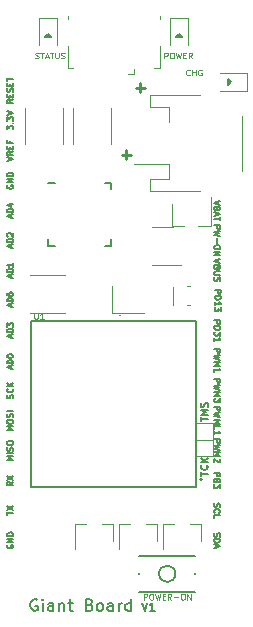
<source format=gto>
G04 #@! TF.GenerationSoftware,KiCad,Pcbnew,5.1.4-e60b266~84~ubuntu19.04.1*
G04 #@! TF.CreationDate,2019-10-25T13:04:57-07:00*
G04 #@! TF.ProjectId,ATSAMA5D27-1G,41545341-4d41-4354-9432-372d31472e6b,rev?*
G04 #@! TF.SameCoordinates,Original*
G04 #@! TF.FileFunction,Legend,Top*
G04 #@! TF.FilePolarity,Positive*
%FSLAX46Y46*%
G04 Gerber Fmt 4.6, Leading zero omitted, Abs format (unit mm)*
G04 Created by KiCad (PCBNEW 5.1.4-e60b266~84~ubuntu19.04.1) date 2019-10-25 13:04:57*
%MOMM*%
%LPD*%
G04 APERTURE LIST*
%ADD10C,0.150000*%
%ADD11C,0.250000*%
%ADD12C,0.175000*%
%ADD13C,0.125000*%
%ADD14C,0.200000*%
%ADD15C,0.127000*%
%ADD16C,0.120000*%
%ADD17C,0.203200*%
%ADD18C,0.100000*%
G04 APERTURE END LIST*
D10*
X144772460Y-76121420D02*
X145026460Y-75867420D01*
X144772460Y-75613420D02*
X144772460Y-76121420D01*
X145026460Y-75867420D02*
X144772460Y-75613420D01*
X135653860Y-95603220D02*
G75*
G03X135653860Y-95603220I-50800J0D01*
G01*
X140886260Y-72006620D02*
X140632260Y-71752620D01*
X140378260Y-72006620D02*
X140886260Y-72006620D01*
X140632260Y-71752620D02*
X140378260Y-72006620D01*
X129837260Y-72006620D02*
X129329260Y-72006620D01*
X129583260Y-71752620D02*
X129837260Y-72006620D01*
X129583260Y-71752620D02*
X129329260Y-72006620D01*
D11*
X137000107Y-76345248D02*
X137762012Y-76345248D01*
X137381060Y-76726200D02*
X137381060Y-75964296D01*
X135806307Y-81984048D02*
X136568212Y-81984048D01*
X136187260Y-82365000D02*
X136187260Y-81603096D01*
D12*
X137525593Y-119908686D02*
X137758926Y-120608686D01*
X137992260Y-119908686D01*
X138592260Y-120608686D02*
X138192260Y-120608686D01*
X138392260Y-120608686D02*
X138392260Y-119908686D01*
X138325593Y-120008686D01*
X138258926Y-120075353D01*
X138192260Y-120108686D01*
D13*
X141570517Y-75233191D02*
X141546707Y-75257000D01*
X141475279Y-75280810D01*
X141427660Y-75280810D01*
X141356231Y-75257000D01*
X141308612Y-75209381D01*
X141284802Y-75161762D01*
X141260993Y-75066524D01*
X141260993Y-74995096D01*
X141284802Y-74899858D01*
X141308612Y-74852239D01*
X141356231Y-74804620D01*
X141427660Y-74780810D01*
X141475279Y-74780810D01*
X141546707Y-74804620D01*
X141570517Y-74828429D01*
X141784802Y-75280810D02*
X141784802Y-74780810D01*
X141784802Y-75018905D02*
X142070517Y-75018905D01*
X142070517Y-75280810D02*
X142070517Y-74780810D01*
X142570517Y-74804620D02*
X142522898Y-74780810D01*
X142451469Y-74780810D01*
X142380040Y-74804620D01*
X142332421Y-74852239D01*
X142308612Y-74899858D01*
X142284802Y-74995096D01*
X142284802Y-75066524D01*
X142308612Y-75161762D01*
X142332421Y-75209381D01*
X142380040Y-75257000D01*
X142451469Y-75280810D01*
X142499088Y-75280810D01*
X142570517Y-75257000D01*
X142594326Y-75233191D01*
X142594326Y-75066524D01*
X142499088Y-75066524D01*
D14*
X128650274Y-119665020D02*
X128555036Y-119617400D01*
X128412179Y-119617400D01*
X128269321Y-119665020D01*
X128174083Y-119760258D01*
X128126464Y-119855496D01*
X128078845Y-120045972D01*
X128078845Y-120188829D01*
X128126464Y-120379305D01*
X128174083Y-120474543D01*
X128269321Y-120569781D01*
X128412179Y-120617400D01*
X128507417Y-120617400D01*
X128650274Y-120569781D01*
X128697893Y-120522162D01*
X128697893Y-120188829D01*
X128507417Y-120188829D01*
X129126464Y-120617400D02*
X129126464Y-119950734D01*
X129126464Y-119617400D02*
X129078845Y-119665020D01*
X129126464Y-119712639D01*
X129174083Y-119665020D01*
X129126464Y-119617400D01*
X129126464Y-119712639D01*
X130031226Y-120617400D02*
X130031226Y-120093591D01*
X129983607Y-119998353D01*
X129888369Y-119950734D01*
X129697893Y-119950734D01*
X129602655Y-119998353D01*
X130031226Y-120569781D02*
X129935988Y-120617400D01*
X129697893Y-120617400D01*
X129602655Y-120569781D01*
X129555036Y-120474543D01*
X129555036Y-120379305D01*
X129602655Y-120284067D01*
X129697893Y-120236448D01*
X129935988Y-120236448D01*
X130031226Y-120188829D01*
X130507417Y-119950734D02*
X130507417Y-120617400D01*
X130507417Y-120045972D02*
X130555036Y-119998353D01*
X130650274Y-119950734D01*
X130793131Y-119950734D01*
X130888369Y-119998353D01*
X130935988Y-120093591D01*
X130935988Y-120617400D01*
X131269321Y-119950734D02*
X131650274Y-119950734D01*
X131412179Y-119617400D02*
X131412179Y-120474543D01*
X131459798Y-120569781D01*
X131555036Y-120617400D01*
X131650274Y-120617400D01*
X133078845Y-120093591D02*
X133221702Y-120141210D01*
X133269321Y-120188829D01*
X133316940Y-120284067D01*
X133316940Y-120426924D01*
X133269321Y-120522162D01*
X133221702Y-120569781D01*
X133126464Y-120617400D01*
X132745512Y-120617400D01*
X132745512Y-119617400D01*
X133078845Y-119617400D01*
X133174083Y-119665020D01*
X133221702Y-119712639D01*
X133269321Y-119807877D01*
X133269321Y-119903115D01*
X133221702Y-119998353D01*
X133174083Y-120045972D01*
X133078845Y-120093591D01*
X132745512Y-120093591D01*
X133888369Y-120617400D02*
X133793131Y-120569781D01*
X133745512Y-120522162D01*
X133697893Y-120426924D01*
X133697893Y-120141210D01*
X133745512Y-120045972D01*
X133793131Y-119998353D01*
X133888369Y-119950734D01*
X134031226Y-119950734D01*
X134126464Y-119998353D01*
X134174083Y-120045972D01*
X134221702Y-120141210D01*
X134221702Y-120426924D01*
X134174083Y-120522162D01*
X134126464Y-120569781D01*
X134031226Y-120617400D01*
X133888369Y-120617400D01*
X135078845Y-120617400D02*
X135078845Y-120093591D01*
X135031226Y-119998353D01*
X134935988Y-119950734D01*
X134745512Y-119950734D01*
X134650274Y-119998353D01*
X135078845Y-120569781D02*
X134983607Y-120617400D01*
X134745512Y-120617400D01*
X134650274Y-120569781D01*
X134602655Y-120474543D01*
X134602655Y-120379305D01*
X134650274Y-120284067D01*
X134745512Y-120236448D01*
X134983607Y-120236448D01*
X135078845Y-120188829D01*
X135555036Y-120617400D02*
X135555036Y-119950734D01*
X135555036Y-120141210D02*
X135602655Y-120045972D01*
X135650274Y-119998353D01*
X135745512Y-119950734D01*
X135840750Y-119950734D01*
X136602655Y-120617400D02*
X136602655Y-119617400D01*
X136602655Y-120569781D02*
X136507417Y-120617400D01*
X136316940Y-120617400D01*
X136221702Y-120569781D01*
X136174083Y-120522162D01*
X136126464Y-120426924D01*
X136126464Y-120141210D01*
X136174083Y-120045972D01*
X136221702Y-119998353D01*
X136316940Y-119950734D01*
X136507417Y-119950734D01*
X136602655Y-119998353D01*
D13*
X139426698Y-73848250D02*
X139426698Y-73348250D01*
X139617174Y-73348250D01*
X139664793Y-73372060D01*
X139688602Y-73395869D01*
X139712412Y-73443488D01*
X139712412Y-73514917D01*
X139688602Y-73562536D01*
X139664793Y-73586345D01*
X139617174Y-73610155D01*
X139426698Y-73610155D01*
X140021936Y-73348250D02*
X140117174Y-73348250D01*
X140164793Y-73372060D01*
X140212412Y-73419679D01*
X140236221Y-73514917D01*
X140236221Y-73681583D01*
X140212412Y-73776821D01*
X140164793Y-73824440D01*
X140117174Y-73848250D01*
X140021936Y-73848250D01*
X139974317Y-73824440D01*
X139926698Y-73776821D01*
X139902888Y-73681583D01*
X139902888Y-73514917D01*
X139926698Y-73419679D01*
X139974317Y-73372060D01*
X140021936Y-73348250D01*
X140402888Y-73348250D02*
X140521936Y-73848250D01*
X140617174Y-73491107D01*
X140712412Y-73848250D01*
X140831460Y-73348250D01*
X141021936Y-73586345D02*
X141188602Y-73586345D01*
X141260031Y-73848250D02*
X141021936Y-73848250D01*
X141021936Y-73348250D01*
X141260031Y-73348250D01*
X141760031Y-73848250D02*
X141593364Y-73610155D01*
X141474317Y-73848250D02*
X141474317Y-73348250D01*
X141664793Y-73348250D01*
X141712412Y-73372060D01*
X141736221Y-73395869D01*
X141760031Y-73443488D01*
X141760031Y-73514917D01*
X141736221Y-73562536D01*
X141712412Y-73586345D01*
X141664793Y-73610155D01*
X141474317Y-73610155D01*
X128492484Y-73824440D02*
X128563913Y-73848250D01*
X128682960Y-73848250D01*
X128730580Y-73824440D01*
X128754389Y-73800631D01*
X128778199Y-73753012D01*
X128778199Y-73705393D01*
X128754389Y-73657774D01*
X128730580Y-73633964D01*
X128682960Y-73610155D01*
X128587722Y-73586345D01*
X128540103Y-73562536D01*
X128516294Y-73538726D01*
X128492484Y-73491107D01*
X128492484Y-73443488D01*
X128516294Y-73395869D01*
X128540103Y-73372060D01*
X128587722Y-73348250D01*
X128706770Y-73348250D01*
X128778199Y-73372060D01*
X128921056Y-73348250D02*
X129206770Y-73348250D01*
X129063913Y-73848250D02*
X129063913Y-73348250D01*
X129349627Y-73705393D02*
X129587722Y-73705393D01*
X129302008Y-73848250D02*
X129468675Y-73348250D01*
X129635341Y-73848250D01*
X129730580Y-73348250D02*
X130016294Y-73348250D01*
X129873437Y-73848250D02*
X129873437Y-73348250D01*
X130182960Y-73348250D02*
X130182960Y-73753012D01*
X130206770Y-73800631D01*
X130230580Y-73824440D01*
X130278199Y-73848250D01*
X130373437Y-73848250D01*
X130421056Y-73824440D01*
X130444865Y-73800631D01*
X130468675Y-73753012D01*
X130468675Y-73348250D01*
X130682960Y-73824440D02*
X130754389Y-73848250D01*
X130873437Y-73848250D01*
X130921056Y-73824440D01*
X130944865Y-73800631D01*
X130968675Y-73753012D01*
X130968675Y-73705393D01*
X130944865Y-73657774D01*
X130921056Y-73633964D01*
X130873437Y-73610155D01*
X130778199Y-73586345D01*
X130730580Y-73562536D01*
X130706770Y-73538726D01*
X130682960Y-73491107D01*
X130682960Y-73443488D01*
X130706770Y-73395869D01*
X130730580Y-73372060D01*
X130778199Y-73348250D01*
X130897246Y-73348250D01*
X130968675Y-73372060D01*
D15*
X144136250Y-85878648D02*
X143628250Y-86047981D01*
X144136250Y-86217315D01*
X143894345Y-86555981D02*
X143870155Y-86628553D01*
X143845964Y-86652743D01*
X143797583Y-86676934D01*
X143725012Y-86676934D01*
X143676631Y-86652743D01*
X143652440Y-86628553D01*
X143628250Y-86580172D01*
X143628250Y-86386648D01*
X144136250Y-86386648D01*
X144136250Y-86555981D01*
X144112060Y-86604362D01*
X144087869Y-86628553D01*
X144039488Y-86652743D01*
X143991107Y-86652743D01*
X143942726Y-86628553D01*
X143918536Y-86604362D01*
X143894345Y-86555981D01*
X143894345Y-86386648D01*
X143773393Y-86870458D02*
X143773393Y-87112362D01*
X143628250Y-86822077D02*
X144136250Y-86991410D01*
X143628250Y-87160743D01*
X144136250Y-87257505D02*
X144136250Y-87547791D01*
X143628250Y-87402648D02*
X144136250Y-87402648D01*
X143653650Y-87983220D02*
X144161650Y-87983220D01*
X144161650Y-88176743D01*
X144137460Y-88225124D01*
X144113269Y-88249315D01*
X144064888Y-88273505D01*
X143992317Y-88273505D01*
X143943936Y-88249315D01*
X143919745Y-88225124D01*
X143895555Y-88176743D01*
X143895555Y-87983220D01*
X144161650Y-88442839D02*
X143653650Y-88563791D01*
X144016507Y-88660553D01*
X143653650Y-88757315D01*
X144161650Y-88878267D01*
X143847174Y-89071791D02*
X143847174Y-89458839D01*
X144161650Y-89797505D02*
X144161650Y-89894267D01*
X144137460Y-89942648D01*
X144089079Y-89991029D01*
X143992317Y-90015220D01*
X143822983Y-90015220D01*
X143726221Y-89991029D01*
X143677840Y-89942648D01*
X143653650Y-89894267D01*
X143653650Y-89797505D01*
X143677840Y-89749124D01*
X143726221Y-89700743D01*
X143822983Y-89676553D01*
X143992317Y-89676553D01*
X144089079Y-89700743D01*
X144137460Y-89749124D01*
X144161650Y-89797505D01*
X143653650Y-90232934D02*
X144161650Y-90232934D01*
X143653650Y-90523220D01*
X144161650Y-90523220D01*
X144161650Y-90861886D02*
X143653650Y-91031220D01*
X144161650Y-91200553D01*
X143919745Y-91539220D02*
X143895555Y-91611791D01*
X143871364Y-91635981D01*
X143822983Y-91660172D01*
X143750412Y-91660172D01*
X143702031Y-91635981D01*
X143677840Y-91611791D01*
X143653650Y-91563410D01*
X143653650Y-91369886D01*
X144161650Y-91369886D01*
X144161650Y-91539220D01*
X144137460Y-91587600D01*
X144113269Y-91611791D01*
X144064888Y-91635981D01*
X144016507Y-91635981D01*
X143968126Y-91611791D01*
X143943936Y-91587600D01*
X143919745Y-91539220D01*
X143919745Y-91369886D01*
X144161650Y-91877886D02*
X143750412Y-91877886D01*
X143702031Y-91902077D01*
X143677840Y-91926267D01*
X143653650Y-91974648D01*
X143653650Y-92071410D01*
X143677840Y-92119791D01*
X143702031Y-92143981D01*
X143750412Y-92168172D01*
X144161650Y-92168172D01*
X143677840Y-92385886D02*
X143653650Y-92458458D01*
X143653650Y-92579410D01*
X143677840Y-92627791D01*
X143702031Y-92651981D01*
X143750412Y-92676172D01*
X143798793Y-92676172D01*
X143847174Y-92651981D01*
X143871364Y-92627791D01*
X143895555Y-92579410D01*
X143919745Y-92482648D01*
X143943936Y-92434267D01*
X143968126Y-92410077D01*
X144016507Y-92385886D01*
X144064888Y-92385886D01*
X144113269Y-92410077D01*
X144137460Y-92434267D01*
X144161650Y-92482648D01*
X144161650Y-92603600D01*
X144137460Y-92676172D01*
X143679050Y-93462362D02*
X144187050Y-93462362D01*
X144187050Y-93655886D01*
X144162860Y-93704267D01*
X144138669Y-93728458D01*
X144090288Y-93752648D01*
X144017717Y-93752648D01*
X143969336Y-93728458D01*
X143945145Y-93704267D01*
X143920955Y-93655886D01*
X143920955Y-93462362D01*
X143679050Y-93970362D02*
X144187050Y-93970362D01*
X144187050Y-94091315D01*
X144162860Y-94163886D01*
X144114479Y-94212267D01*
X144066098Y-94236458D01*
X143969336Y-94260648D01*
X143896764Y-94260648D01*
X143800002Y-94236458D01*
X143751621Y-94212267D01*
X143703240Y-94163886D01*
X143679050Y-94091315D01*
X143679050Y-93970362D01*
X143679050Y-94744458D02*
X143679050Y-94454172D01*
X143679050Y-94599315D02*
X144187050Y-94599315D01*
X144114479Y-94550934D01*
X144066098Y-94502553D01*
X144041907Y-94454172D01*
X144187050Y-94913791D02*
X144187050Y-95228267D01*
X143993526Y-95058934D01*
X143993526Y-95131505D01*
X143969336Y-95179886D01*
X143945145Y-95204077D01*
X143896764Y-95228267D01*
X143775812Y-95228267D01*
X143727431Y-95204077D01*
X143703240Y-95179886D01*
X143679050Y-95131505D01*
X143679050Y-94986362D01*
X143703240Y-94937981D01*
X143727431Y-94913791D01*
X143653650Y-96027762D02*
X144161650Y-96027762D01*
X144161650Y-96221286D01*
X144137460Y-96269667D01*
X144113269Y-96293858D01*
X144064888Y-96318048D01*
X143992317Y-96318048D01*
X143943936Y-96293858D01*
X143919745Y-96269667D01*
X143895555Y-96221286D01*
X143895555Y-96027762D01*
X143653650Y-96535762D02*
X144161650Y-96535762D01*
X144161650Y-96656715D01*
X144137460Y-96729286D01*
X144089079Y-96777667D01*
X144040698Y-96801858D01*
X143943936Y-96826048D01*
X143871364Y-96826048D01*
X143774602Y-96801858D01*
X143726221Y-96777667D01*
X143677840Y-96729286D01*
X143653650Y-96656715D01*
X143653650Y-96535762D01*
X144161650Y-96995381D02*
X144161650Y-97309858D01*
X143968126Y-97140524D01*
X143968126Y-97213096D01*
X143943936Y-97261477D01*
X143919745Y-97285667D01*
X143871364Y-97309858D01*
X143750412Y-97309858D01*
X143702031Y-97285667D01*
X143677840Y-97261477D01*
X143653650Y-97213096D01*
X143653650Y-97067953D01*
X143677840Y-97019572D01*
X143702031Y-96995381D01*
X143653650Y-97793667D02*
X143653650Y-97503381D01*
X143653650Y-97648524D02*
X144161650Y-97648524D01*
X144089079Y-97600143D01*
X144040698Y-97551762D01*
X144016507Y-97503381D01*
X143653650Y-98457696D02*
X144161650Y-98457696D01*
X144161650Y-98651220D01*
X144137460Y-98699600D01*
X144113269Y-98723791D01*
X144064888Y-98747981D01*
X143992317Y-98747981D01*
X143943936Y-98723791D01*
X143919745Y-98699600D01*
X143895555Y-98651220D01*
X143895555Y-98457696D01*
X144161650Y-98917315D02*
X143653650Y-99038267D01*
X144016507Y-99135029D01*
X143653650Y-99231791D01*
X144161650Y-99352743D01*
X143653650Y-99546267D02*
X144161650Y-99546267D01*
X143798793Y-99715600D01*
X144161650Y-99884934D01*
X143653650Y-99884934D01*
X143653650Y-100392934D02*
X143653650Y-100102648D01*
X143653650Y-100247791D02*
X144161650Y-100247791D01*
X144089079Y-100199410D01*
X144040698Y-100151029D01*
X144016507Y-100102648D01*
X143653650Y-100997696D02*
X144161650Y-100997696D01*
X144161650Y-101191220D01*
X144137460Y-101239600D01*
X144113269Y-101263791D01*
X144064888Y-101287981D01*
X143992317Y-101287981D01*
X143943936Y-101263791D01*
X143919745Y-101239600D01*
X143895555Y-101191220D01*
X143895555Y-100997696D01*
X144161650Y-101457315D02*
X143653650Y-101578267D01*
X144016507Y-101675029D01*
X143653650Y-101771791D01*
X144161650Y-101892743D01*
X143653650Y-102086267D02*
X144161650Y-102086267D01*
X143798793Y-102255600D01*
X144161650Y-102424934D01*
X143653650Y-102424934D01*
X144161650Y-102618458D02*
X144161650Y-102932934D01*
X143968126Y-102763600D01*
X143968126Y-102836172D01*
X143943936Y-102884553D01*
X143919745Y-102908743D01*
X143871364Y-102932934D01*
X143750412Y-102932934D01*
X143702031Y-102908743D01*
X143677840Y-102884553D01*
X143653650Y-102836172D01*
X143653650Y-102691029D01*
X143677840Y-102642648D01*
X143702031Y-102618458D01*
X143653650Y-103332077D02*
X144161650Y-103332077D01*
X144161650Y-103525600D01*
X144137460Y-103573981D01*
X144113269Y-103598172D01*
X144064888Y-103622362D01*
X143992317Y-103622362D01*
X143943936Y-103598172D01*
X143919745Y-103573981D01*
X143895555Y-103525600D01*
X143895555Y-103332077D01*
X144161650Y-103791696D02*
X143653650Y-103912648D01*
X144016507Y-104009410D01*
X143653650Y-104106172D01*
X144161650Y-104227124D01*
X143653650Y-104420648D02*
X144161650Y-104420648D01*
X143798793Y-104589981D01*
X144161650Y-104759315D01*
X143653650Y-104759315D01*
X143653650Y-105243124D02*
X143653650Y-105001220D01*
X144161650Y-105001220D01*
X143653650Y-105678553D02*
X143653650Y-105388267D01*
X143653650Y-105533410D02*
X144161650Y-105533410D01*
X144089079Y-105485029D01*
X144040698Y-105436648D01*
X144016507Y-105388267D01*
X143653650Y-106103096D02*
X144161650Y-106103096D01*
X144161650Y-106296620D01*
X144137460Y-106345000D01*
X144113269Y-106369191D01*
X144064888Y-106393381D01*
X143992317Y-106393381D01*
X143943936Y-106369191D01*
X143919745Y-106345000D01*
X143895555Y-106296620D01*
X143895555Y-106103096D01*
X144161650Y-106562715D02*
X143653650Y-106683667D01*
X144016507Y-106780429D01*
X143653650Y-106877191D01*
X144161650Y-106998143D01*
X143653650Y-107191667D02*
X144161650Y-107191667D01*
X143798793Y-107361000D01*
X144161650Y-107530334D01*
X143653650Y-107530334D01*
X144113269Y-107748048D02*
X144137460Y-107772239D01*
X144161650Y-107820620D01*
X144161650Y-107941572D01*
X144137460Y-107989953D01*
X144113269Y-108014143D01*
X144064888Y-108038334D01*
X144016507Y-108038334D01*
X143943936Y-108014143D01*
X143653650Y-107723858D01*
X143653650Y-108038334D01*
X143628250Y-108944267D02*
X144136250Y-108944267D01*
X144136250Y-109137791D01*
X144112060Y-109186172D01*
X144087869Y-109210362D01*
X144039488Y-109234553D01*
X143966917Y-109234553D01*
X143918536Y-109210362D01*
X143894345Y-109186172D01*
X143870155Y-109137791D01*
X143870155Y-108944267D01*
X143894345Y-109621600D02*
X143870155Y-109694172D01*
X143845964Y-109718362D01*
X143797583Y-109742553D01*
X143725012Y-109742553D01*
X143676631Y-109718362D01*
X143652440Y-109694172D01*
X143628250Y-109645791D01*
X143628250Y-109452267D01*
X144136250Y-109452267D01*
X144136250Y-109621600D01*
X144112060Y-109669981D01*
X144087869Y-109694172D01*
X144039488Y-109718362D01*
X143991107Y-109718362D01*
X143942726Y-109694172D01*
X143918536Y-109669981D01*
X143894345Y-109621600D01*
X143894345Y-109452267D01*
X144136250Y-109911886D02*
X144136250Y-110226362D01*
X143942726Y-110057029D01*
X143942726Y-110129600D01*
X143918536Y-110177981D01*
X143894345Y-110202172D01*
X143845964Y-110226362D01*
X143725012Y-110226362D01*
X143676631Y-110202172D01*
X143652440Y-110177981D01*
X143628250Y-110129600D01*
X143628250Y-109984458D01*
X143652440Y-109936077D01*
X143676631Y-109911886D01*
X143652440Y-111508458D02*
X143628250Y-111581029D01*
X143628250Y-111701981D01*
X143652440Y-111750362D01*
X143676631Y-111774553D01*
X143725012Y-111798743D01*
X143773393Y-111798743D01*
X143821774Y-111774553D01*
X143845964Y-111750362D01*
X143870155Y-111701981D01*
X143894345Y-111605220D01*
X143918536Y-111556839D01*
X143942726Y-111532648D01*
X143991107Y-111508458D01*
X144039488Y-111508458D01*
X144087869Y-111532648D01*
X144112060Y-111556839D01*
X144136250Y-111605220D01*
X144136250Y-111726172D01*
X144112060Y-111798743D01*
X143676631Y-112306743D02*
X143652440Y-112282553D01*
X143628250Y-112209981D01*
X143628250Y-112161600D01*
X143652440Y-112089029D01*
X143700821Y-112040648D01*
X143749202Y-112016458D01*
X143845964Y-111992267D01*
X143918536Y-111992267D01*
X144015298Y-112016458D01*
X144063679Y-112040648D01*
X144112060Y-112089029D01*
X144136250Y-112161600D01*
X144136250Y-112209981D01*
X144112060Y-112282553D01*
X144087869Y-112306743D01*
X143628250Y-112766362D02*
X143628250Y-112524458D01*
X144136250Y-112524458D01*
X143652440Y-114036362D02*
X143628250Y-114108934D01*
X143628250Y-114229886D01*
X143652440Y-114278267D01*
X143676631Y-114302458D01*
X143725012Y-114326648D01*
X143773393Y-114326648D01*
X143821774Y-114302458D01*
X143845964Y-114278267D01*
X143870155Y-114229886D01*
X143894345Y-114133124D01*
X143918536Y-114084743D01*
X143942726Y-114060553D01*
X143991107Y-114036362D01*
X144039488Y-114036362D01*
X144087869Y-114060553D01*
X144112060Y-114084743D01*
X144136250Y-114133124D01*
X144136250Y-114254077D01*
X144112060Y-114326648D01*
X143628250Y-114544362D02*
X144136250Y-114544362D01*
X144136250Y-114665315D01*
X144112060Y-114737886D01*
X144063679Y-114786267D01*
X144015298Y-114810458D01*
X143918536Y-114834648D01*
X143845964Y-114834648D01*
X143749202Y-114810458D01*
X143700821Y-114786267D01*
X143652440Y-114737886D01*
X143628250Y-114665315D01*
X143628250Y-114544362D01*
X143773393Y-115028172D02*
X143773393Y-115270077D01*
X143628250Y-114979791D02*
X144136250Y-115149124D01*
X143628250Y-115318458D01*
X126128860Y-115040267D02*
X126104669Y-115088648D01*
X126104669Y-115161220D01*
X126128860Y-115233791D01*
X126177240Y-115282172D01*
X126225621Y-115306362D01*
X126322383Y-115330553D01*
X126394955Y-115330553D01*
X126491717Y-115306362D01*
X126540098Y-115282172D01*
X126588479Y-115233791D01*
X126612669Y-115161220D01*
X126612669Y-115112839D01*
X126588479Y-115040267D01*
X126564288Y-115016077D01*
X126394955Y-115016077D01*
X126394955Y-115112839D01*
X126612669Y-114798362D02*
X126104669Y-114798362D01*
X126612669Y-114508077D01*
X126104669Y-114508077D01*
X126612669Y-114266172D02*
X126104669Y-114266172D01*
X126104669Y-114145220D01*
X126128860Y-114072648D01*
X126177240Y-114024267D01*
X126225621Y-114000077D01*
X126322383Y-113975886D01*
X126394955Y-113975886D01*
X126491717Y-114000077D01*
X126540098Y-114024267D01*
X126588479Y-114072648D01*
X126612669Y-114145220D01*
X126612669Y-114266172D01*
X126104669Y-112500267D02*
X126104669Y-112209981D01*
X126612669Y-112355124D02*
X126104669Y-112355124D01*
X126104669Y-112089029D02*
X126612669Y-111750362D01*
X126104669Y-111750362D02*
X126612669Y-112089029D01*
X126612669Y-109683286D02*
X126370764Y-109852620D01*
X126612669Y-109973572D02*
X126104669Y-109973572D01*
X126104669Y-109780048D01*
X126128860Y-109731667D01*
X126153050Y-109707477D01*
X126201431Y-109683286D01*
X126274002Y-109683286D01*
X126322383Y-109707477D01*
X126346574Y-109731667D01*
X126370764Y-109780048D01*
X126370764Y-109973572D01*
X126104669Y-109513953D02*
X126612669Y-109175286D01*
X126104669Y-109175286D02*
X126612669Y-109513953D01*
X126587269Y-107856905D02*
X126079269Y-107856905D01*
X126442126Y-107687572D01*
X126079269Y-107518239D01*
X126587269Y-107518239D01*
X126587269Y-107276334D02*
X126079269Y-107276334D01*
X126563079Y-107058620D02*
X126587269Y-106986048D01*
X126587269Y-106865096D01*
X126563079Y-106816715D01*
X126538888Y-106792524D01*
X126490507Y-106768334D01*
X126442126Y-106768334D01*
X126393745Y-106792524D01*
X126369555Y-106816715D01*
X126345364Y-106865096D01*
X126321174Y-106961858D01*
X126296983Y-107010239D01*
X126272793Y-107034429D01*
X126224412Y-107058620D01*
X126176031Y-107058620D01*
X126127650Y-107034429D01*
X126103460Y-107010239D01*
X126079269Y-106961858D01*
X126079269Y-106840905D01*
X126103460Y-106768334D01*
X126079269Y-106453858D02*
X126079269Y-106357096D01*
X126103460Y-106308715D01*
X126151840Y-106260334D01*
X126248602Y-106236143D01*
X126417936Y-106236143D01*
X126514698Y-106260334D01*
X126563079Y-106308715D01*
X126587269Y-106357096D01*
X126587269Y-106453858D01*
X126563079Y-106502239D01*
X126514698Y-106550620D01*
X126417936Y-106574810D01*
X126248602Y-106574810D01*
X126151840Y-106550620D01*
X126103460Y-106502239D01*
X126079269Y-106453858D01*
X126587269Y-105316905D02*
X126079269Y-105316905D01*
X126442126Y-105147572D01*
X126079269Y-104978239D01*
X126587269Y-104978239D01*
X126079269Y-104639572D02*
X126079269Y-104542810D01*
X126103460Y-104494429D01*
X126151840Y-104446048D01*
X126248602Y-104421858D01*
X126417936Y-104421858D01*
X126514698Y-104446048D01*
X126563079Y-104494429D01*
X126587269Y-104542810D01*
X126587269Y-104639572D01*
X126563079Y-104687953D01*
X126514698Y-104736334D01*
X126417936Y-104760524D01*
X126248602Y-104760524D01*
X126151840Y-104736334D01*
X126103460Y-104687953D01*
X126079269Y-104639572D01*
X126563079Y-104228334D02*
X126587269Y-104155762D01*
X126587269Y-104034810D01*
X126563079Y-103986429D01*
X126538888Y-103962239D01*
X126490507Y-103938048D01*
X126442126Y-103938048D01*
X126393745Y-103962239D01*
X126369555Y-103986429D01*
X126345364Y-104034810D01*
X126321174Y-104131572D01*
X126296983Y-104179953D01*
X126272793Y-104204143D01*
X126224412Y-104228334D01*
X126176031Y-104228334D01*
X126127650Y-104204143D01*
X126103460Y-104179953D01*
X126079269Y-104131572D01*
X126079269Y-104010620D01*
X126103460Y-103938048D01*
X126587269Y-103720334D02*
X126079269Y-103720334D01*
X126588479Y-102606362D02*
X126612669Y-102533791D01*
X126612669Y-102412839D01*
X126588479Y-102364458D01*
X126564288Y-102340267D01*
X126515907Y-102316077D01*
X126467526Y-102316077D01*
X126419145Y-102340267D01*
X126394955Y-102364458D01*
X126370764Y-102412839D01*
X126346574Y-102509600D01*
X126322383Y-102557981D01*
X126298193Y-102582172D01*
X126249812Y-102606362D01*
X126201431Y-102606362D01*
X126153050Y-102582172D01*
X126128860Y-102557981D01*
X126104669Y-102509600D01*
X126104669Y-102388648D01*
X126128860Y-102316077D01*
X126564288Y-101808077D02*
X126588479Y-101832267D01*
X126612669Y-101904839D01*
X126612669Y-101953220D01*
X126588479Y-102025791D01*
X126540098Y-102074172D01*
X126491717Y-102098362D01*
X126394955Y-102122553D01*
X126322383Y-102122553D01*
X126225621Y-102098362D01*
X126177240Y-102074172D01*
X126128860Y-102025791D01*
X126104669Y-101953220D01*
X126104669Y-101904839D01*
X126128860Y-101832267D01*
X126153050Y-101808077D01*
X126612669Y-101590362D02*
X126104669Y-101590362D01*
X126612669Y-101300077D02*
X126322383Y-101517791D01*
X126104669Y-101300077D02*
X126394955Y-101590362D01*
X126467526Y-92410077D02*
X126467526Y-92168172D01*
X126612669Y-92458458D02*
X126104669Y-92289124D01*
X126612669Y-92119791D01*
X126612669Y-91950458D02*
X126104669Y-91950458D01*
X126104669Y-91829505D01*
X126128860Y-91756934D01*
X126177240Y-91708553D01*
X126225621Y-91684362D01*
X126322383Y-91660172D01*
X126394955Y-91660172D01*
X126491717Y-91684362D01*
X126540098Y-91708553D01*
X126588479Y-91756934D01*
X126612669Y-91829505D01*
X126612669Y-91950458D01*
X126612669Y-91176362D02*
X126612669Y-91466648D01*
X126612669Y-91321505D02*
X126104669Y-91321505D01*
X126177240Y-91369886D01*
X126225621Y-91418267D01*
X126249812Y-91466648D01*
X126447206Y-94878957D02*
X126447206Y-94637052D01*
X126592349Y-94927338D02*
X126084349Y-94758004D01*
X126592349Y-94588671D01*
X126592349Y-94419338D02*
X126084349Y-94419338D01*
X126084349Y-94298385D01*
X126108540Y-94225814D01*
X126156920Y-94177433D01*
X126205301Y-94153242D01*
X126302063Y-94129052D01*
X126374635Y-94129052D01*
X126471397Y-94153242D01*
X126519778Y-94177433D01*
X126568159Y-94225814D01*
X126592349Y-94298385D01*
X126592349Y-94419338D01*
X126084349Y-93669433D02*
X126084349Y-93911338D01*
X126326254Y-93935528D01*
X126302063Y-93911338D01*
X126277873Y-93862957D01*
X126277873Y-93742004D01*
X126302063Y-93693623D01*
X126326254Y-93669433D01*
X126374635Y-93645242D01*
X126495587Y-93645242D01*
X126543968Y-93669433D01*
X126568159Y-93693623D01*
X126592349Y-93742004D01*
X126592349Y-93862957D01*
X126568159Y-93911338D01*
X126543968Y-93935528D01*
X126467526Y-97490077D02*
X126467526Y-97248172D01*
X126612669Y-97538458D02*
X126104669Y-97369124D01*
X126612669Y-97199791D01*
X126612669Y-97030458D02*
X126104669Y-97030458D01*
X126104669Y-96909505D01*
X126128860Y-96836934D01*
X126177240Y-96788553D01*
X126225621Y-96764362D01*
X126322383Y-96740172D01*
X126394955Y-96740172D01*
X126491717Y-96764362D01*
X126540098Y-96788553D01*
X126588479Y-96836934D01*
X126612669Y-96909505D01*
X126612669Y-97030458D01*
X126104669Y-96570839D02*
X126104669Y-96256362D01*
X126298193Y-96425696D01*
X126298193Y-96353124D01*
X126322383Y-96304743D01*
X126346574Y-96280553D01*
X126394955Y-96256362D01*
X126515907Y-96256362D01*
X126564288Y-96280553D01*
X126588479Y-96304743D01*
X126612669Y-96353124D01*
X126612669Y-96498267D01*
X126588479Y-96546648D01*
X126564288Y-96570839D01*
X126467526Y-100131677D02*
X126467526Y-99889772D01*
X126612669Y-100180058D02*
X126104669Y-100010724D01*
X126612669Y-99841391D01*
X126612669Y-99672058D02*
X126104669Y-99672058D01*
X126104669Y-99551105D01*
X126128860Y-99478534D01*
X126177240Y-99430153D01*
X126225621Y-99405962D01*
X126322383Y-99381772D01*
X126394955Y-99381772D01*
X126491717Y-99405962D01*
X126540098Y-99430153D01*
X126588479Y-99478534D01*
X126612669Y-99551105D01*
X126612669Y-99672058D01*
X126104669Y-99067296D02*
X126104669Y-99018915D01*
X126128860Y-98970534D01*
X126153050Y-98946343D01*
X126201431Y-98922153D01*
X126298193Y-98897962D01*
X126419145Y-98897962D01*
X126515907Y-98922153D01*
X126564288Y-98946343D01*
X126588479Y-98970534D01*
X126612669Y-99018915D01*
X126612669Y-99067296D01*
X126588479Y-99115677D01*
X126564288Y-99139867D01*
X126515907Y-99164058D01*
X126419145Y-99188248D01*
X126298193Y-99188248D01*
X126201431Y-99164058D01*
X126153050Y-99139867D01*
X126128860Y-99115677D01*
X126104669Y-99067296D01*
X126467526Y-89870077D02*
X126467526Y-89628172D01*
X126612669Y-89918458D02*
X126104669Y-89749124D01*
X126612669Y-89579791D01*
X126612669Y-89410458D02*
X126104669Y-89410458D01*
X126104669Y-89289505D01*
X126128860Y-89216934D01*
X126177240Y-89168553D01*
X126225621Y-89144362D01*
X126322383Y-89120172D01*
X126394955Y-89120172D01*
X126491717Y-89144362D01*
X126540098Y-89168553D01*
X126588479Y-89216934D01*
X126612669Y-89289505D01*
X126612669Y-89410458D01*
X126153050Y-88926648D02*
X126128860Y-88902458D01*
X126104669Y-88854077D01*
X126104669Y-88733124D01*
X126128860Y-88684743D01*
X126153050Y-88660553D01*
X126201431Y-88636362D01*
X126249812Y-88636362D01*
X126322383Y-88660553D01*
X126612669Y-88950839D01*
X126612669Y-88636362D01*
X126467526Y-87330077D02*
X126467526Y-87088172D01*
X126612669Y-87378458D02*
X126104669Y-87209124D01*
X126612669Y-87039791D01*
X126612669Y-86870458D02*
X126104669Y-86870458D01*
X126104669Y-86749505D01*
X126128860Y-86676934D01*
X126177240Y-86628553D01*
X126225621Y-86604362D01*
X126322383Y-86580172D01*
X126394955Y-86580172D01*
X126491717Y-86604362D01*
X126540098Y-86628553D01*
X126588479Y-86676934D01*
X126612669Y-86749505D01*
X126612669Y-86870458D01*
X126274002Y-86144743D02*
X126612669Y-86144743D01*
X126080479Y-86265696D02*
X126443336Y-86386648D01*
X126443336Y-86072172D01*
X126104669Y-79843124D02*
X126104669Y-79528648D01*
X126298193Y-79697981D01*
X126298193Y-79625410D01*
X126322383Y-79577029D01*
X126346574Y-79552839D01*
X126394955Y-79528648D01*
X126515907Y-79528648D01*
X126564288Y-79552839D01*
X126588479Y-79577029D01*
X126612669Y-79625410D01*
X126612669Y-79770553D01*
X126588479Y-79818934D01*
X126564288Y-79843124D01*
X126564288Y-79310934D02*
X126588479Y-79286743D01*
X126612669Y-79310934D01*
X126588479Y-79335124D01*
X126564288Y-79310934D01*
X126612669Y-79310934D01*
X126104669Y-79117410D02*
X126104669Y-78802934D01*
X126298193Y-78972267D01*
X126298193Y-78899696D01*
X126322383Y-78851315D01*
X126346574Y-78827124D01*
X126394955Y-78802934D01*
X126515907Y-78802934D01*
X126564288Y-78827124D01*
X126588479Y-78851315D01*
X126612669Y-78899696D01*
X126612669Y-79044839D01*
X126588479Y-79093220D01*
X126564288Y-79117410D01*
X126104669Y-78657791D02*
X126612669Y-78488458D01*
X126104669Y-78319124D01*
X126612669Y-77316429D02*
X126370764Y-77485762D01*
X126612669Y-77606715D02*
X126104669Y-77606715D01*
X126104669Y-77413191D01*
X126128860Y-77364810D01*
X126153050Y-77340620D01*
X126201431Y-77316429D01*
X126274002Y-77316429D01*
X126322383Y-77340620D01*
X126346574Y-77364810D01*
X126370764Y-77413191D01*
X126370764Y-77606715D01*
X126346574Y-77098715D02*
X126346574Y-76929381D01*
X126612669Y-76856810D02*
X126612669Y-77098715D01*
X126104669Y-77098715D01*
X126104669Y-76856810D01*
X126588479Y-76663286D02*
X126612669Y-76590715D01*
X126612669Y-76469762D01*
X126588479Y-76421381D01*
X126564288Y-76397191D01*
X126515907Y-76373000D01*
X126467526Y-76373000D01*
X126419145Y-76397191D01*
X126394955Y-76421381D01*
X126370764Y-76469762D01*
X126346574Y-76566524D01*
X126322383Y-76614905D01*
X126298193Y-76639096D01*
X126249812Y-76663286D01*
X126201431Y-76663286D01*
X126153050Y-76639096D01*
X126128860Y-76614905D01*
X126104669Y-76566524D01*
X126104669Y-76445572D01*
X126128860Y-76373000D01*
X126346574Y-76155286D02*
X126346574Y-75985953D01*
X126612669Y-75913381D02*
X126612669Y-76155286D01*
X126104669Y-76155286D01*
X126104669Y-75913381D01*
X126104669Y-75768239D02*
X126104669Y-75477953D01*
X126612669Y-75623096D02*
X126104669Y-75623096D01*
X126104669Y-82504077D02*
X126612669Y-82334743D01*
X126104669Y-82165410D01*
X126612669Y-81705791D02*
X126370764Y-81875124D01*
X126612669Y-81996077D02*
X126104669Y-81996077D01*
X126104669Y-81802553D01*
X126128860Y-81754172D01*
X126153050Y-81729981D01*
X126201431Y-81705791D01*
X126274002Y-81705791D01*
X126322383Y-81729981D01*
X126346574Y-81754172D01*
X126370764Y-81802553D01*
X126370764Y-81996077D01*
X126346574Y-81488077D02*
X126346574Y-81318743D01*
X126612669Y-81246172D02*
X126612669Y-81488077D01*
X126104669Y-81488077D01*
X126104669Y-81246172D01*
X126346574Y-80859124D02*
X126346574Y-81028458D01*
X126612669Y-81028458D02*
X126104669Y-81028458D01*
X126104669Y-80786553D01*
X126128860Y-84585667D02*
X126104669Y-84634048D01*
X126104669Y-84706620D01*
X126128860Y-84779191D01*
X126177240Y-84827572D01*
X126225621Y-84851762D01*
X126322383Y-84875953D01*
X126394955Y-84875953D01*
X126491717Y-84851762D01*
X126540098Y-84827572D01*
X126588479Y-84779191D01*
X126612669Y-84706620D01*
X126612669Y-84658239D01*
X126588479Y-84585667D01*
X126564288Y-84561477D01*
X126394955Y-84561477D01*
X126394955Y-84658239D01*
X126612669Y-84343762D02*
X126104669Y-84343762D01*
X126612669Y-84053477D01*
X126104669Y-84053477D01*
X126612669Y-83811572D02*
X126104669Y-83811572D01*
X126104669Y-83690620D01*
X126128860Y-83618048D01*
X126177240Y-83569667D01*
X126225621Y-83545477D01*
X126322383Y-83521286D01*
X126394955Y-83521286D01*
X126491717Y-83545477D01*
X126540098Y-83569667D01*
X126588479Y-83618048D01*
X126612669Y-83690620D01*
X126612669Y-83811572D01*
X142124520Y-96089380D02*
X128124520Y-96089380D01*
X128124520Y-96089380D02*
X128124520Y-110089380D01*
X128124520Y-110089380D02*
X142124520Y-110089380D01*
X142124520Y-110089380D02*
X142124520Y-96089380D01*
D14*
X142627520Y-109489380D02*
G75*
G03X142627520Y-109489380I-100000J0D01*
G01*
D16*
X140049060Y-87993420D02*
X141099060Y-87993420D01*
X140049060Y-86193420D02*
X140049060Y-87993420D01*
X143349060Y-87993420D02*
X142299060Y-87993420D01*
X143349060Y-85593420D02*
X143349060Y-87993420D01*
X139024520Y-74624380D02*
X138574520Y-74624380D01*
X139024520Y-72774380D02*
X139024520Y-74624380D01*
X131224520Y-70224380D02*
X131224520Y-70474380D01*
X139024520Y-70224380D02*
X139024520Y-70474380D01*
X131224520Y-72774380D02*
X131224520Y-74624380D01*
X131224520Y-74624380D02*
X131674520Y-74624380D01*
X136824520Y-75174380D02*
X136374520Y-75174380D01*
X136824520Y-75174380D02*
X136824520Y-74724380D01*
X139791460Y-82801420D02*
X136891460Y-82801420D01*
X145991460Y-83351420D02*
X145991460Y-78701420D01*
X139791460Y-77976420D02*
X139791460Y-79251420D01*
X138191460Y-77976420D02*
X139791460Y-77976420D01*
X138191460Y-76976420D02*
X138191460Y-77976420D01*
X142416460Y-76976420D02*
X138191460Y-76976420D01*
X138191460Y-85076420D02*
X142416460Y-85076420D01*
X138191460Y-84076420D02*
X138191460Y-85076420D01*
X139791460Y-84076420D02*
X138191460Y-84076420D01*
X139791460Y-82801420D02*
X139791460Y-84076420D01*
D10*
X134919620Y-84361466D02*
X134919620Y-84911466D01*
X129569620Y-89711466D02*
X129569620Y-89161466D01*
X134919620Y-89711466D02*
X134919620Y-89161466D01*
X129569620Y-84361466D02*
X130119620Y-84361466D01*
X129569620Y-89711466D02*
X130119620Y-89711466D01*
X134919620Y-89711466D02*
X134369620Y-89711466D01*
X134919620Y-84361466D02*
X134369620Y-84361466D01*
D16*
X140130680Y-93187760D02*
X140130680Y-94687760D01*
X141330680Y-94737760D02*
X141630680Y-94737760D01*
X141330680Y-93137760D02*
X141630680Y-93137760D01*
X134967935Y-93069308D02*
X134967935Y-95369308D01*
X134967935Y-95369308D02*
X137667935Y-95369308D01*
X130827660Y-81075820D02*
X130827660Y-78075820D01*
X127627660Y-81075820D02*
X127627660Y-78075820D01*
X131717060Y-81075820D02*
X131717060Y-78075820D01*
X134917060Y-81075820D02*
X134917060Y-78075820D01*
X128032460Y-92199820D02*
X131032460Y-92199820D01*
X128032460Y-95399820D02*
X131032460Y-95399820D01*
D17*
X142011480Y-117429440D02*
X142011480Y-117525960D01*
X137312480Y-117429440D02*
X137312480Y-117525960D01*
X142011480Y-118976300D02*
X137312480Y-118976300D01*
X142011480Y-115979100D02*
X137312480Y-115979100D01*
X140355400Y-117477700D02*
G75*
G03X140355400Y-117477700I-693420J0D01*
G01*
D16*
X141407900Y-72689780D02*
X141407900Y-70404780D01*
X141407900Y-70404780D02*
X139937900Y-70404780D01*
X139937900Y-70404780D02*
X139937900Y-72689780D01*
X146379380Y-75091780D02*
X144094380Y-75091780D01*
X146379380Y-76561780D02*
X146379380Y-75091780D01*
X144094380Y-76561780D02*
X146379380Y-76561780D01*
X130297940Y-72689780D02*
X130297940Y-70404780D01*
X130297940Y-70404780D02*
X128827940Y-70404780D01*
X128827940Y-70404780D02*
X128827940Y-72689780D01*
X135054911Y-113232313D02*
X135054911Y-114692313D01*
X131894911Y-113232313D02*
X131894911Y-115392313D01*
X131894911Y-113232313D02*
X132824911Y-113232313D01*
X135054911Y-113232313D02*
X134124911Y-113232313D01*
X138765480Y-113227740D02*
X137835480Y-113227740D01*
X135605480Y-113227740D02*
X136535480Y-113227740D01*
X135605480Y-113227740D02*
X135605480Y-115387740D01*
X138765480Y-113227740D02*
X138765480Y-114687740D01*
X142489160Y-113223420D02*
X141559160Y-113223420D01*
X139329160Y-113223420D02*
X140259160Y-113223420D01*
X139329160Y-113223420D02*
X139329160Y-115383420D01*
X142489160Y-113223420D02*
X142489160Y-114683420D01*
X140186060Y-88125820D02*
X138386060Y-88125820D01*
X138386060Y-91345820D02*
X140836060Y-91345820D01*
X143521740Y-107532560D02*
X142121740Y-107532560D01*
X143521740Y-106132560D02*
X143521740Y-107532560D01*
X142121740Y-106132560D02*
X143521740Y-106132560D01*
X142121740Y-107532560D02*
X142121740Y-106132560D01*
X142116660Y-106135560D02*
X142116660Y-104735560D01*
X142116660Y-104735560D02*
X143516660Y-104735560D01*
X143516660Y-104735560D02*
X143516660Y-106135560D01*
X143516660Y-106135560D02*
X142116660Y-106135560D01*
D18*
X128401887Y-95390450D02*
X128401887Y-95795212D01*
X128425697Y-95842831D01*
X128449506Y-95866640D01*
X128497125Y-95890450D01*
X128592363Y-95890450D01*
X128639982Y-95866640D01*
X128663792Y-95842831D01*
X128687601Y-95795212D01*
X128687601Y-95390450D01*
X129187601Y-95890450D02*
X128901887Y-95890450D01*
X129044744Y-95890450D02*
X129044744Y-95390450D01*
X128997125Y-95461879D01*
X128949506Y-95509498D01*
X128901887Y-95533307D01*
X137678964Y-119654610D02*
X137678964Y-119154610D01*
X137869440Y-119154610D01*
X137917060Y-119178420D01*
X137940869Y-119202229D01*
X137964679Y-119249848D01*
X137964679Y-119321277D01*
X137940869Y-119368896D01*
X137917060Y-119392705D01*
X137869440Y-119416515D01*
X137678964Y-119416515D01*
X138274202Y-119154610D02*
X138369440Y-119154610D01*
X138417060Y-119178420D01*
X138464679Y-119226039D01*
X138488488Y-119321277D01*
X138488488Y-119487943D01*
X138464679Y-119583181D01*
X138417060Y-119630800D01*
X138369440Y-119654610D01*
X138274202Y-119654610D01*
X138226583Y-119630800D01*
X138178964Y-119583181D01*
X138155155Y-119487943D01*
X138155155Y-119321277D01*
X138178964Y-119226039D01*
X138226583Y-119178420D01*
X138274202Y-119154610D01*
X138655155Y-119154610D02*
X138774202Y-119654610D01*
X138869440Y-119297467D01*
X138964679Y-119654610D01*
X139083726Y-119154610D01*
X139274202Y-119392705D02*
X139440869Y-119392705D01*
X139512298Y-119654610D02*
X139274202Y-119654610D01*
X139274202Y-119154610D01*
X139512298Y-119154610D01*
X140012298Y-119654610D02*
X139845631Y-119416515D01*
X139726583Y-119654610D02*
X139726583Y-119154610D01*
X139917060Y-119154610D01*
X139964679Y-119178420D01*
X139988488Y-119202229D01*
X140012298Y-119249848D01*
X140012298Y-119321277D01*
X139988488Y-119368896D01*
X139964679Y-119392705D01*
X139917060Y-119416515D01*
X139726583Y-119416515D01*
X140226583Y-119464134D02*
X140607536Y-119464134D01*
X140940869Y-119154610D02*
X141036107Y-119154610D01*
X141083726Y-119178420D01*
X141131345Y-119226039D01*
X141155155Y-119321277D01*
X141155155Y-119487943D01*
X141131345Y-119583181D01*
X141083726Y-119630800D01*
X141036107Y-119654610D01*
X140940869Y-119654610D01*
X140893250Y-119630800D01*
X140845631Y-119583181D01*
X140821821Y-119487943D01*
X140821821Y-119321277D01*
X140845631Y-119226039D01*
X140893250Y-119178420D01*
X140940869Y-119154610D01*
X141369440Y-119654610D02*
X141369440Y-119154610D01*
X141655155Y-119654610D01*
X141655155Y-119154610D01*
D10*
X142495708Y-109176248D02*
X142495708Y-108833391D01*
X143095708Y-109004820D02*
X142495708Y-109004820D01*
X143038565Y-108290534D02*
X143067137Y-108319105D01*
X143095708Y-108404820D01*
X143095708Y-108461962D01*
X143067137Y-108547677D01*
X143009994Y-108604820D01*
X142952851Y-108633391D01*
X142838565Y-108661962D01*
X142752851Y-108661962D01*
X142638565Y-108633391D01*
X142581422Y-108604820D01*
X142524280Y-108547677D01*
X142495708Y-108461962D01*
X142495708Y-108404820D01*
X142524280Y-108319105D01*
X142552851Y-108290534D01*
X143095708Y-108033391D02*
X142495708Y-108033391D01*
X143095708Y-107690534D02*
X142752851Y-107947677D01*
X142495708Y-107690534D02*
X142838565Y-108033391D01*
X142503328Y-104556620D02*
X142503328Y-104213762D01*
X143103328Y-104385191D02*
X142503328Y-104385191D01*
X143103328Y-104013762D02*
X142503328Y-104013762D01*
X142931900Y-103813762D01*
X142503328Y-103613762D01*
X143103328Y-103613762D01*
X143074757Y-103356620D02*
X143103328Y-103270905D01*
X143103328Y-103128048D01*
X143074757Y-103070905D01*
X143046185Y-103042334D01*
X142989042Y-103013762D01*
X142931900Y-103013762D01*
X142874757Y-103042334D01*
X142846185Y-103070905D01*
X142817614Y-103128048D01*
X142789042Y-103242334D01*
X142760471Y-103299477D01*
X142731900Y-103328048D01*
X142674757Y-103356620D01*
X142617614Y-103356620D01*
X142560471Y-103328048D01*
X142531900Y-103299477D01*
X142503328Y-103242334D01*
X142503328Y-103099477D01*
X142531900Y-103013762D01*
M02*

</source>
